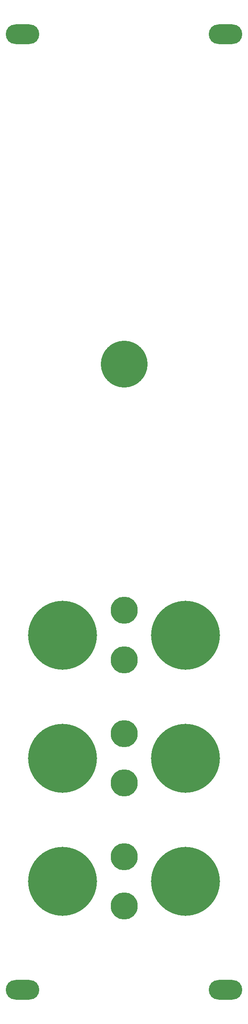
<source format=gts>
G04 #@! TF.GenerationSoftware,KiCad,Pcbnew,6.0.9-8da3e8f707~116~ubuntu22.04.1*
G04 #@! TF.CreationDate,2022-11-08T11:41:20-05:00*
G04 #@! TF.ProjectId,clock_panel,636c6f63-6b5f-4706-916e-656c2e6b6963,rev?*
G04 #@! TF.SameCoordinates,Original*
G04 #@! TF.FileFunction,Soldermask,Top*
G04 #@! TF.FilePolarity,Negative*
%FSLAX46Y46*%
G04 Gerber Fmt 4.6, Leading zero omitted, Abs format (unit mm)*
G04 Created by KiCad (PCBNEW 6.0.9-8da3e8f707~116~ubuntu22.04.1) date 2022-11-08 11:41:20*
%MOMM*%
%LPD*%
G01*
G04 APERTURE LIST*
%ADD10O,6.800000X4.000000*%
%ADD11C,5.500000*%
%ADD12C,14.000000*%
%ADD13C,9.500000*%
G04 APERTURE END LIST*
D10*
G04 #@! TO.C,H10*
X61700000Y-10600000D03*
X61700000Y-204600000D03*
G04 #@! TD*
D11*
G04 #@! TO.C,H8*
X41100000Y-152600000D03*
G04 #@! TD*
D12*
G04 #@! TO.C,H5*
X28600000Y-132600000D03*
G04 #@! TD*
G04 #@! TO.C,H6*
X53600000Y-132600000D03*
G04 #@! TD*
G04 #@! TO.C,H1*
X28600000Y-157600000D03*
G04 #@! TD*
D10*
G04 #@! TO.C,H7*
X20500000Y-10600000D03*
X20500000Y-204600000D03*
G04 #@! TD*
D11*
G04 #@! TO.C,H9*
X41100000Y-127600000D03*
G04 #@! TD*
D12*
G04 #@! TO.C,H2*
X28600000Y-182600000D03*
G04 #@! TD*
G04 #@! TO.C,H3*
X53600000Y-157600000D03*
G04 #@! TD*
G04 #@! TO.C,H4*
X53600000Y-182600000D03*
G04 #@! TD*
D13*
G04 #@! TO.C,H12*
X41100000Y-77600000D03*
G04 #@! TD*
D11*
G04 #@! TO.C,H11*
X41100000Y-137600000D03*
G04 #@! TD*
G04 #@! TO.C,H13*
X41100000Y-162600000D03*
G04 #@! TD*
G04 #@! TO.C,H14*
X41100000Y-177600000D03*
G04 #@! TD*
G04 #@! TO.C,H15*
X41100000Y-187600000D03*
G04 #@! TD*
M02*

</source>
